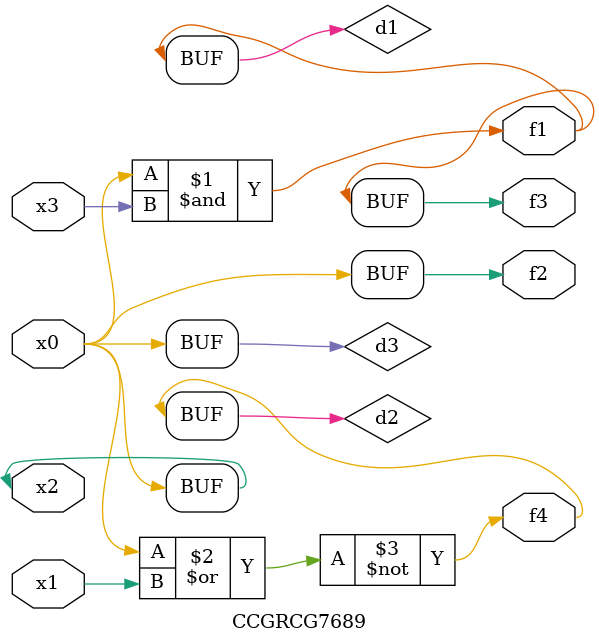
<source format=v>
module CCGRCG7689(
	input x0, x1, x2, x3,
	output f1, f2, f3, f4
);

	wire d1, d2, d3;

	and (d1, x2, x3);
	nor (d2, x0, x1);
	buf (d3, x0, x2);
	assign f1 = d1;
	assign f2 = d3;
	assign f3 = d1;
	assign f4 = d2;
endmodule

</source>
